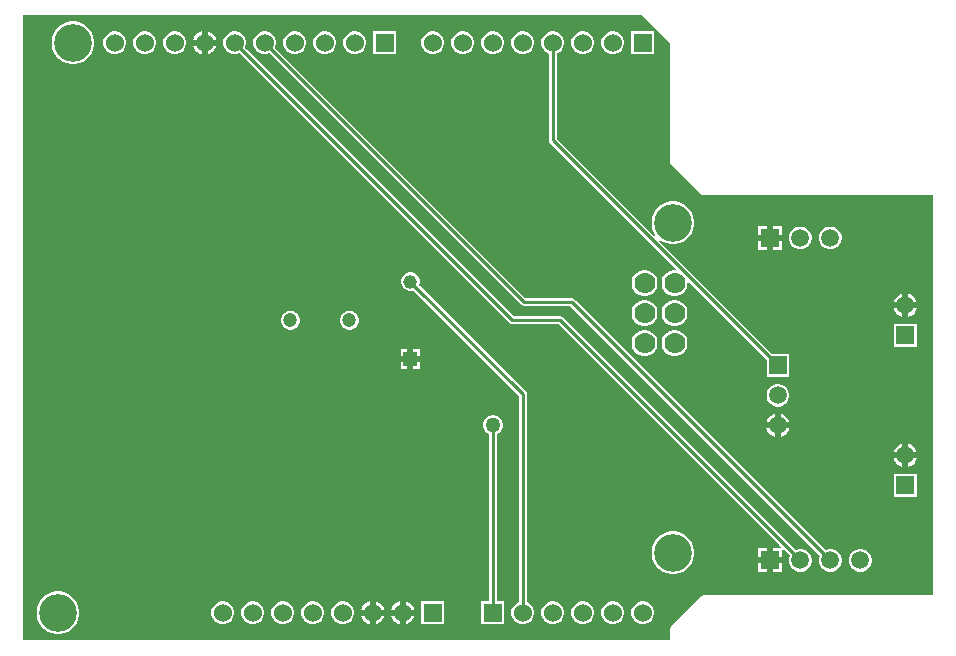
<source format=gbr>
%TF.GenerationSoftware,Altium Limited,Altium Designer,23.6.0 (18)*%
G04 Layer_Physical_Order=2*
G04 Layer_Color=16711680*
%FSLAX45Y45*%
%MOMM*%
%TF.SameCoordinates,BE964043-2EFE-40DF-B488-D83AE96C0F84*%
%TF.FilePolarity,Positive*%
%TF.FileFunction,Copper,L2,Bot,Signal*%
%TF.Part,Single*%
G01*
G75*
%TA.AperFunction,Conductor*%
%ADD10C,0.25400*%
%TA.AperFunction,ComponentPad*%
%ADD13C,1.50000*%
%ADD14R,1.50000X1.50000*%
%ADD15R,1.50000X1.50000*%
%ADD16C,1.20000*%
%ADD17C,1.15000*%
%ADD18R,1.15000X1.15000*%
%TA.AperFunction,ViaPad*%
%ADD19C,3.20000*%
%TA.AperFunction,ComponentPad*%
%ADD20R,1.52400X1.52400*%
%ADD21C,1.52400*%
%ADD22C,1.77800*%
%TA.AperFunction,ViaPad*%
%ADD23C,1.27000*%
G36*
X6583609Y5071554D02*
Y4064001D01*
X6585162Y4056197D01*
X6589582Y4049581D01*
X6843581Y3795583D01*
X6843581Y3795582D01*
X6850197Y3791162D01*
X6858001Y3789609D01*
X8806109D01*
Y401391D01*
X6858001D01*
X6850197Y399838D01*
X6843581Y395418D01*
X6589583Y141419D01*
X6589582Y141419D01*
X6585162Y134803D01*
X6583609Y126999D01*
Y20391D01*
X1099891D01*
Y5313609D01*
X6341554D01*
X6583609Y5071554D01*
D02*
G37*
%LPC*%
G36*
X2667000Y5178378D02*
Y5105400D01*
X2739978D01*
X2736276Y5119216D01*
X2722900Y5142384D01*
X2703984Y5161300D01*
X2680816Y5174676D01*
X2667000Y5178378D01*
D02*
G37*
G36*
X2616200D02*
X2602384Y5174676D01*
X2579216Y5161300D01*
X2560300Y5142384D01*
X2546924Y5119216D01*
X2543222Y5105400D01*
X2616200D01*
Y5178378D01*
D02*
G37*
G36*
X6446520Y5176520D02*
X6253480D01*
Y4983480D01*
X6446520D01*
Y5176520D01*
D02*
G37*
G36*
X6108707D02*
X6083293D01*
X6058745Y5169942D01*
X6036735Y5157235D01*
X6018765Y5139265D01*
X6006058Y5117255D01*
X5999480Y5092707D01*
Y5067293D01*
X6006058Y5042745D01*
X6018765Y5020735D01*
X6036735Y5002765D01*
X6058745Y4990058D01*
X6083293Y4983480D01*
X6108707D01*
X6133255Y4990058D01*
X6155265Y5002765D01*
X6173235Y5020735D01*
X6185942Y5042745D01*
X6192520Y5067293D01*
Y5092707D01*
X6185942Y5117255D01*
X6173235Y5139265D01*
X6155265Y5157235D01*
X6133255Y5169942D01*
X6108707Y5176520D01*
D02*
G37*
G36*
X5854707D02*
X5829293D01*
X5804745Y5169942D01*
X5782735Y5157235D01*
X5764765Y5139265D01*
X5752058Y5117255D01*
X5745480Y5092707D01*
Y5067293D01*
X5752058Y5042745D01*
X5764765Y5020735D01*
X5782735Y5002765D01*
X5804745Y4990058D01*
X5829293Y4983480D01*
X5854707D01*
X5879255Y4990058D01*
X5901265Y5002765D01*
X5919235Y5020735D01*
X5931942Y5042745D01*
X5938520Y5067293D01*
Y5092707D01*
X5931942Y5117255D01*
X5919235Y5139265D01*
X5901265Y5157235D01*
X5879255Y5169942D01*
X5854707Y5176520D01*
D02*
G37*
G36*
X5346707D02*
X5321293D01*
X5296745Y5169942D01*
X5274735Y5157235D01*
X5256765Y5139265D01*
X5244058Y5117255D01*
X5237480Y5092707D01*
Y5067293D01*
X5244058Y5042745D01*
X5256765Y5020735D01*
X5274735Y5002765D01*
X5296745Y4990058D01*
X5321293Y4983480D01*
X5346707D01*
X5371255Y4990058D01*
X5393265Y5002765D01*
X5411235Y5020735D01*
X5423942Y5042745D01*
X5430520Y5067293D01*
Y5092707D01*
X5423942Y5117255D01*
X5411235Y5139265D01*
X5393265Y5157235D01*
X5371255Y5169942D01*
X5346707Y5176520D01*
D02*
G37*
G36*
X5092707D02*
X5067293D01*
X5042745Y5169942D01*
X5020735Y5157235D01*
X5002765Y5139265D01*
X4990058Y5117255D01*
X4983480Y5092707D01*
Y5067293D01*
X4990058Y5042745D01*
X5002765Y5020735D01*
X5020735Y5002765D01*
X5042745Y4990058D01*
X5067293Y4983480D01*
X5092707D01*
X5117255Y4990058D01*
X5139265Y5002765D01*
X5157235Y5020735D01*
X5169942Y5042745D01*
X5176520Y5067293D01*
Y5092707D01*
X5169942Y5117255D01*
X5157235Y5139265D01*
X5139265Y5157235D01*
X5117255Y5169942D01*
X5092707Y5176520D01*
D02*
G37*
G36*
X4838707D02*
X4813293D01*
X4788745Y5169942D01*
X4766735Y5157235D01*
X4748765Y5139265D01*
X4736058Y5117255D01*
X4729480Y5092707D01*
Y5067293D01*
X4736058Y5042745D01*
X4748765Y5020735D01*
X4766735Y5002765D01*
X4788745Y4990058D01*
X4813293Y4983480D01*
X4838707D01*
X4863255Y4990058D01*
X4885265Y5002765D01*
X4903235Y5020735D01*
X4915942Y5042745D01*
X4922520Y5067293D01*
Y5092707D01*
X4915942Y5117255D01*
X4903235Y5139265D01*
X4885265Y5157235D01*
X4863255Y5169942D01*
X4838707Y5176520D01*
D02*
G37*
G36*
X4584707D02*
X4559293D01*
X4534745Y5169942D01*
X4512735Y5157235D01*
X4494765Y5139265D01*
X4482058Y5117255D01*
X4475480Y5092707D01*
Y5067293D01*
X4482058Y5042745D01*
X4494765Y5020735D01*
X4512735Y5002765D01*
X4534745Y4990058D01*
X4559293Y4983480D01*
X4584707D01*
X4609255Y4990058D01*
X4631265Y5002765D01*
X4649235Y5020735D01*
X4661942Y5042745D01*
X4668520Y5067293D01*
Y5092707D01*
X4661942Y5117255D01*
X4649235Y5139265D01*
X4631265Y5157235D01*
X4609255Y5169942D01*
X4584707Y5176520D01*
D02*
G37*
G36*
X4262120D02*
X4069080D01*
Y4983480D01*
X4262120D01*
Y5176520D01*
D02*
G37*
G36*
X3924307D02*
X3898893D01*
X3874345Y5169942D01*
X3852335Y5157235D01*
X3834365Y5139265D01*
X3821658Y5117255D01*
X3815080Y5092707D01*
Y5067293D01*
X3821658Y5042745D01*
X3834365Y5020735D01*
X3852335Y5002765D01*
X3874345Y4990058D01*
X3898893Y4983480D01*
X3924307D01*
X3948855Y4990058D01*
X3970865Y5002765D01*
X3988835Y5020735D01*
X4001542Y5042745D01*
X4008120Y5067293D01*
Y5092707D01*
X4001542Y5117255D01*
X3988835Y5139265D01*
X3970865Y5157235D01*
X3948855Y5169942D01*
X3924307Y5176520D01*
D02*
G37*
G36*
X3670307D02*
X3644893D01*
X3620345Y5169942D01*
X3598335Y5157235D01*
X3580365Y5139265D01*
X3567658Y5117255D01*
X3561080Y5092707D01*
Y5067293D01*
X3567658Y5042745D01*
X3580365Y5020735D01*
X3598335Y5002765D01*
X3620345Y4990058D01*
X3644893Y4983480D01*
X3670307D01*
X3694855Y4990058D01*
X3716865Y5002765D01*
X3734835Y5020735D01*
X3747542Y5042745D01*
X3754120Y5067293D01*
Y5092707D01*
X3747542Y5117255D01*
X3734835Y5139265D01*
X3716865Y5157235D01*
X3694855Y5169942D01*
X3670307Y5176520D01*
D02*
G37*
G36*
X3416307D02*
X3390893D01*
X3366345Y5169942D01*
X3344335Y5157235D01*
X3326365Y5139265D01*
X3313658Y5117255D01*
X3307080Y5092707D01*
Y5067293D01*
X3313658Y5042745D01*
X3326365Y5020735D01*
X3344335Y5002765D01*
X3366345Y4990058D01*
X3390893Y4983480D01*
X3416307D01*
X3440855Y4990058D01*
X3462865Y5002765D01*
X3480835Y5020735D01*
X3493542Y5042745D01*
X3500120Y5067293D01*
Y5092707D01*
X3493542Y5117255D01*
X3480835Y5139265D01*
X3462865Y5157235D01*
X3440855Y5169942D01*
X3416307Y5176520D01*
D02*
G37*
G36*
X2400307D02*
X2374893D01*
X2350345Y5169942D01*
X2328335Y5157235D01*
X2310365Y5139265D01*
X2297658Y5117255D01*
X2291080Y5092707D01*
Y5067293D01*
X2297658Y5042745D01*
X2310365Y5020735D01*
X2328335Y5002765D01*
X2350345Y4990058D01*
X2374893Y4983480D01*
X2400307D01*
X2424855Y4990058D01*
X2446865Y5002765D01*
X2464835Y5020735D01*
X2477542Y5042745D01*
X2484120Y5067293D01*
Y5092707D01*
X2477542Y5117255D01*
X2464835Y5139265D01*
X2446865Y5157235D01*
X2424855Y5169942D01*
X2400307Y5176520D01*
D02*
G37*
G36*
X2146307D02*
X2120893D01*
X2096345Y5169942D01*
X2074335Y5157235D01*
X2056365Y5139265D01*
X2043658Y5117255D01*
X2037080Y5092707D01*
Y5067293D01*
X2043658Y5042745D01*
X2056365Y5020735D01*
X2074335Y5002765D01*
X2096345Y4990058D01*
X2120893Y4983480D01*
X2146307D01*
X2170855Y4990058D01*
X2192865Y5002765D01*
X2210835Y5020735D01*
X2223542Y5042745D01*
X2230120Y5067293D01*
Y5092707D01*
X2223542Y5117255D01*
X2210835Y5139265D01*
X2192865Y5157235D01*
X2170855Y5169942D01*
X2146307Y5176520D01*
D02*
G37*
G36*
X1892307D02*
X1866893D01*
X1842345Y5169942D01*
X1820335Y5157235D01*
X1802365Y5139265D01*
X1789658Y5117255D01*
X1783080Y5092707D01*
Y5067293D01*
X1789658Y5042745D01*
X1802365Y5020735D01*
X1820335Y5002765D01*
X1842345Y4990058D01*
X1866893Y4983480D01*
X1892307D01*
X1916855Y4990058D01*
X1938865Y5002765D01*
X1956835Y5020735D01*
X1969542Y5042745D01*
X1976120Y5067293D01*
Y5092707D01*
X1969542Y5117255D01*
X1956835Y5139265D01*
X1938865Y5157235D01*
X1916855Y5169942D01*
X1892307Y5176520D01*
D02*
G37*
G36*
X2739978Y5054600D02*
X2667000D01*
Y4981622D01*
X2680816Y4985324D01*
X2703984Y4998700D01*
X2722900Y5017616D01*
X2736276Y5040784D01*
X2739978Y5054600D01*
D02*
G37*
G36*
X2616200D02*
X2543222D01*
X2546924Y5040784D01*
X2560300Y5017616D01*
X2579216Y4998700D01*
X2602384Y4985324D01*
X2616200Y4981622D01*
Y5054600D01*
D02*
G37*
G36*
X1541760Y5260320D02*
X1506240D01*
X1471403Y5253390D01*
X1438586Y5239797D01*
X1409053Y5220064D01*
X1383936Y5194947D01*
X1364203Y5165414D01*
X1350610Y5132597D01*
X1343680Y5097760D01*
Y5062240D01*
X1350610Y5027403D01*
X1364203Y4994586D01*
X1383936Y4965053D01*
X1409053Y4939936D01*
X1438586Y4920203D01*
X1471403Y4906610D01*
X1506240Y4899680D01*
X1541760D01*
X1576597Y4906610D01*
X1609414Y4920203D01*
X1638947Y4939936D01*
X1664064Y4965053D01*
X1683797Y4994586D01*
X1697390Y5027403D01*
X1704320Y5062240D01*
Y5097760D01*
X1697390Y5132597D01*
X1683797Y5165414D01*
X1664064Y5194947D01*
X1638947Y5220064D01*
X1609414Y5239797D01*
X1576597Y5253390D01*
X1541760Y5260320D01*
D02*
G37*
G36*
X7529900Y3529400D02*
X7454900D01*
Y3454400D01*
X7529900D01*
Y3529400D01*
D02*
G37*
G36*
X7404100D02*
X7329100D01*
Y3454400D01*
X7404100D01*
Y3529400D01*
D02*
G37*
G36*
X5600707Y5176520D02*
X5575293D01*
X5550745Y5169942D01*
X5528735Y5157235D01*
X5510765Y5139265D01*
X5498058Y5117255D01*
X5491480Y5092707D01*
Y5067293D01*
X5498058Y5042745D01*
X5510765Y5020735D01*
X5528735Y5002765D01*
X5550745Y4990058D01*
X5554333Y4989096D01*
Y4254500D01*
X5556896Y4241616D01*
X5564194Y4230694D01*
X6629969Y3164919D01*
X6624708Y3152219D01*
X6603621D01*
X6575843Y3144776D01*
X6550938Y3130396D01*
X6530603Y3110061D01*
X6516224Y3085156D01*
X6508780Y3057378D01*
Y3028620D01*
X6516224Y3000841D01*
X6530603Y2975936D01*
X6550938Y2955601D01*
X6575843Y2941222D01*
X6603621Y2933779D01*
X6632380D01*
X6660158Y2941222D01*
X6685063Y2955601D01*
X6705398Y2975936D01*
X6719777Y3000841D01*
X6727220Y3028620D01*
Y3049707D01*
X6739920Y3054967D01*
X7397680Y2397208D01*
Y2254180D01*
X7588320D01*
Y2444820D01*
X7445292D01*
X6490250Y3399862D01*
X6498346Y3409726D01*
X6518586Y3396203D01*
X6551403Y3382610D01*
X6586240Y3375680D01*
X6621760D01*
X6656597Y3382610D01*
X6689414Y3396203D01*
X6718947Y3415936D01*
X6744064Y3441053D01*
X6763797Y3470586D01*
X6777390Y3503403D01*
X6784320Y3538240D01*
Y3573760D01*
X6777390Y3608597D01*
X6763797Y3641414D01*
X6744064Y3670947D01*
X6718947Y3696064D01*
X6689414Y3715797D01*
X6656597Y3729390D01*
X6621760Y3736320D01*
X6586240D01*
X6551403Y3729390D01*
X6518586Y3715797D01*
X6489053Y3696064D01*
X6463936Y3670947D01*
X6444203Y3641414D01*
X6430610Y3608597D01*
X6423680Y3573760D01*
Y3538240D01*
X6430610Y3503403D01*
X6444203Y3470586D01*
X6457726Y3450346D01*
X6447862Y3442250D01*
X5621667Y4268445D01*
Y4989096D01*
X5625255Y4990058D01*
X5647265Y5002765D01*
X5665235Y5020735D01*
X5677942Y5042745D01*
X5684520Y5067293D01*
Y5092707D01*
X5677942Y5117255D01*
X5665235Y5139265D01*
X5647265Y5157235D01*
X5625255Y5169942D01*
X5600707Y5176520D01*
D02*
G37*
G36*
X7950049Y3524320D02*
X7924951D01*
X7900708Y3517824D01*
X7878972Y3505275D01*
X7861225Y3487528D01*
X7848676Y3465792D01*
X7842180Y3441549D01*
Y3416451D01*
X7848676Y3392208D01*
X7861225Y3370472D01*
X7878972Y3352725D01*
X7900708Y3340176D01*
X7924951Y3333680D01*
X7950049D01*
X7974292Y3340176D01*
X7996028Y3352725D01*
X8013775Y3370472D01*
X8026324Y3392208D01*
X8032820Y3416451D01*
Y3441549D01*
X8026324Y3465792D01*
X8013775Y3487528D01*
X7996028Y3505275D01*
X7974292Y3517824D01*
X7950049Y3524320D01*
D02*
G37*
G36*
X7696049D02*
X7670951D01*
X7646708Y3517824D01*
X7624972Y3505275D01*
X7607225Y3487528D01*
X7594676Y3465792D01*
X7588180Y3441549D01*
Y3416451D01*
X7594676Y3392208D01*
X7607225Y3370472D01*
X7624972Y3352725D01*
X7646708Y3340176D01*
X7670951Y3333680D01*
X7696049D01*
X7720292Y3340176D01*
X7742028Y3352725D01*
X7759775Y3370472D01*
X7772324Y3392208D01*
X7778820Y3416451D01*
Y3441549D01*
X7772324Y3465792D01*
X7759775Y3487528D01*
X7742028Y3505275D01*
X7720292Y3517824D01*
X7696049Y3524320D01*
D02*
G37*
G36*
X7529900Y3403600D02*
X7454900D01*
Y3328600D01*
X7529900D01*
Y3403600D01*
D02*
G37*
G36*
X7404100D02*
X7329100D01*
Y3328600D01*
X7404100D01*
Y3403600D01*
D02*
G37*
G36*
X6378380Y3152219D02*
X6349621D01*
X6321843Y3144776D01*
X6296938Y3130396D01*
X6276603Y3110061D01*
X6262224Y3085156D01*
X6254780Y3057378D01*
Y3028620D01*
X6262224Y3000841D01*
X6276603Y2975936D01*
X6296938Y2955601D01*
X6321843Y2941222D01*
X6349621Y2933779D01*
X6378380D01*
X6406158Y2941222D01*
X6431063Y2955601D01*
X6451398Y2975936D01*
X6465777Y3000841D01*
X6473220Y3028620D01*
Y3057378D01*
X6465777Y3085156D01*
X6451398Y3110061D01*
X6431063Y3130396D01*
X6406158Y3144776D01*
X6378380Y3152219D01*
D02*
G37*
G36*
X8597900Y2954636D02*
Y2882900D01*
X8669636D01*
X8666058Y2896253D01*
X8652840Y2919147D01*
X8634147Y2937840D01*
X8611253Y2951058D01*
X8597900Y2954636D01*
D02*
G37*
G36*
X8547100D02*
X8533747Y2951058D01*
X8510853Y2937840D01*
X8492160Y2919147D01*
X8478942Y2896253D01*
X8475364Y2882900D01*
X8547100D01*
Y2954636D01*
D02*
G37*
G36*
X8669636Y2832100D02*
X8597900D01*
Y2760364D01*
X8611253Y2763942D01*
X8634147Y2777160D01*
X8652840Y2795853D01*
X8666058Y2818747D01*
X8669636Y2832100D01*
D02*
G37*
G36*
X8547100D02*
X8475364D01*
X8478942Y2818747D01*
X8492160Y2795853D01*
X8510853Y2777160D01*
X8533747Y2763942D01*
X8547100Y2760364D01*
Y2832100D01*
D02*
G37*
G36*
X6632380Y2898219D02*
X6603621D01*
X6575843Y2890776D01*
X6550938Y2876396D01*
X6530603Y2856061D01*
X6516224Y2831156D01*
X6508780Y2803378D01*
Y2774620D01*
X6516224Y2746841D01*
X6530603Y2721936D01*
X6550938Y2701601D01*
X6575843Y2687222D01*
X6603621Y2679779D01*
X6632380D01*
X6660158Y2687222D01*
X6685063Y2701601D01*
X6705398Y2721936D01*
X6719777Y2746841D01*
X6727220Y2774620D01*
Y2803378D01*
X6719777Y2831156D01*
X6705398Y2856061D01*
X6685063Y2876396D01*
X6660158Y2890776D01*
X6632380Y2898219D01*
D02*
G37*
G36*
X6378380D02*
X6349621D01*
X6321843Y2890776D01*
X6296938Y2876396D01*
X6276603Y2856061D01*
X6262224Y2831156D01*
X6254780Y2803378D01*
Y2774620D01*
X6262224Y2746841D01*
X6276603Y2721936D01*
X6296938Y2701601D01*
X6321843Y2687222D01*
X6349621Y2679779D01*
X6378380D01*
X6406158Y2687222D01*
X6431063Y2701601D01*
X6451398Y2721936D01*
X6465777Y2746841D01*
X6473220Y2774620D01*
Y2803378D01*
X6465777Y2831156D01*
X6451398Y2856061D01*
X6431063Y2876396D01*
X6406158Y2890776D01*
X6378380Y2898219D01*
D02*
G37*
G36*
X3876074Y2810820D02*
X3854926D01*
X3834498Y2805346D01*
X3816182Y2794772D01*
X3801228Y2779818D01*
X3790654Y2761502D01*
X3785180Y2741074D01*
Y2719926D01*
X3790654Y2699498D01*
X3801228Y2681182D01*
X3816182Y2666228D01*
X3834498Y2655654D01*
X3854926Y2650180D01*
X3876074D01*
X3896502Y2655654D01*
X3914818Y2666228D01*
X3929772Y2681182D01*
X3940346Y2699498D01*
X3945820Y2719926D01*
Y2741074D01*
X3940346Y2761502D01*
X3929772Y2779818D01*
X3914818Y2794772D01*
X3896502Y2805346D01*
X3876074Y2810820D01*
D02*
G37*
G36*
X3376074D02*
X3354926D01*
X3334498Y2805346D01*
X3316182Y2794772D01*
X3301228Y2779818D01*
X3290654Y2761502D01*
X3285180Y2741074D01*
Y2719926D01*
X3290654Y2699498D01*
X3301228Y2681182D01*
X3316182Y2666228D01*
X3334498Y2655654D01*
X3354926Y2650180D01*
X3376074D01*
X3396502Y2655654D01*
X3414818Y2666228D01*
X3429772Y2681182D01*
X3440346Y2699498D01*
X3445820Y2719926D01*
Y2741074D01*
X3440346Y2761502D01*
X3429772Y2779818D01*
X3414818Y2794772D01*
X3396502Y2805346D01*
X3376074Y2810820D01*
D02*
G37*
G36*
X8667820Y2698820D02*
X8477180D01*
Y2508180D01*
X8667820D01*
Y2698820D01*
D02*
G37*
G36*
X4464400Y2485400D02*
X4406900D01*
Y2427900D01*
X4464400D01*
Y2485400D01*
D02*
G37*
G36*
X4356100D02*
X4298600D01*
Y2427900D01*
X4356100D01*
Y2485400D01*
D02*
G37*
G36*
X6632380Y2644219D02*
X6603621D01*
X6575843Y2636776D01*
X6550938Y2622396D01*
X6530603Y2602061D01*
X6516224Y2577156D01*
X6508780Y2549378D01*
Y2520620D01*
X6516224Y2492841D01*
X6530603Y2467936D01*
X6550938Y2447601D01*
X6575843Y2433222D01*
X6603621Y2425779D01*
X6632380D01*
X6660158Y2433222D01*
X6685063Y2447601D01*
X6705398Y2467936D01*
X6719777Y2492841D01*
X6727220Y2520620D01*
Y2549378D01*
X6719777Y2577156D01*
X6705398Y2602061D01*
X6685063Y2622396D01*
X6660158Y2636776D01*
X6632380Y2644219D01*
D02*
G37*
G36*
X6378380D02*
X6349621D01*
X6321843Y2636776D01*
X6296938Y2622396D01*
X6276603Y2602061D01*
X6262224Y2577156D01*
X6254780Y2549378D01*
Y2520620D01*
X6262224Y2492841D01*
X6276603Y2467936D01*
X6296938Y2447601D01*
X6321843Y2433222D01*
X6349621Y2425779D01*
X6378380D01*
X6406158Y2433222D01*
X6431063Y2447601D01*
X6451398Y2467936D01*
X6465777Y2492841D01*
X6473220Y2520620D01*
Y2549378D01*
X6465777Y2577156D01*
X6451398Y2602061D01*
X6431063Y2622396D01*
X6406158Y2636776D01*
X6378380Y2644219D01*
D02*
G37*
G36*
X4464400Y2377100D02*
X4406900D01*
Y2319600D01*
X4464400D01*
Y2377100D01*
D02*
G37*
G36*
X4356100D02*
X4298600D01*
Y2319600D01*
X4356100D01*
Y2377100D01*
D02*
G37*
G36*
X7505549Y2190820D02*
X7480451D01*
X7456208Y2184324D01*
X7434472Y2171775D01*
X7416725Y2154028D01*
X7404176Y2132292D01*
X7397680Y2108049D01*
Y2082951D01*
X7404176Y2058708D01*
X7416725Y2036972D01*
X7434472Y2019225D01*
X7456208Y2006676D01*
X7480451Y2000180D01*
X7505549D01*
X7529792Y2006676D01*
X7551528Y2019225D01*
X7569275Y2036972D01*
X7581824Y2058708D01*
X7588320Y2082951D01*
Y2108049D01*
X7581824Y2132292D01*
X7569275Y2154028D01*
X7551528Y2171775D01*
X7529792Y2184324D01*
X7505549Y2190820D01*
D02*
G37*
G36*
X7518400Y1938636D02*
Y1866900D01*
X7590136D01*
X7586558Y1880253D01*
X7573340Y1903147D01*
X7554647Y1921840D01*
X7531753Y1935058D01*
X7518400Y1938636D01*
D02*
G37*
G36*
X7467600D02*
X7454247Y1935058D01*
X7431353Y1921840D01*
X7412660Y1903147D01*
X7399442Y1880253D01*
X7395864Y1866900D01*
X7467600D01*
Y1938636D01*
D02*
G37*
G36*
X7590136Y1816100D02*
X7518400D01*
Y1744364D01*
X7531753Y1747942D01*
X7554647Y1761160D01*
X7573340Y1779853D01*
X7586558Y1802747D01*
X7590136Y1816100D01*
D02*
G37*
G36*
X7467600D02*
X7395864D01*
X7399442Y1802747D01*
X7412660Y1779853D01*
X7431353Y1761160D01*
X7454247Y1747942D01*
X7467600Y1744364D01*
Y1816100D01*
D02*
G37*
G36*
X8597900Y1684636D02*
Y1612900D01*
X8669636D01*
X8666058Y1626253D01*
X8652840Y1649147D01*
X8634147Y1667840D01*
X8611253Y1681058D01*
X8597900Y1684636D01*
D02*
G37*
G36*
X8547100D02*
X8533747Y1681058D01*
X8510853Y1667840D01*
X8492160Y1649147D01*
X8478942Y1626253D01*
X8475364Y1612900D01*
X8547100D01*
Y1684636D01*
D02*
G37*
G36*
X8669636Y1562100D02*
X8597900D01*
Y1490364D01*
X8611253Y1493942D01*
X8634147Y1507160D01*
X8652840Y1525853D01*
X8666058Y1548747D01*
X8669636Y1562100D01*
D02*
G37*
G36*
X8547100D02*
X8475364D01*
X8478942Y1548747D01*
X8492160Y1525853D01*
X8510853Y1507160D01*
X8533747Y1493942D01*
X8547100Y1490364D01*
Y1562100D01*
D02*
G37*
G36*
X8667820Y1428820D02*
X8477180D01*
Y1238180D01*
X8667820D01*
Y1428820D01*
D02*
G37*
G36*
X7404100Y798900D02*
X7329100D01*
Y723900D01*
X7404100D01*
Y798900D01*
D02*
G37*
G36*
X8204049Y793820D02*
X8178951D01*
X8154708Y787324D01*
X8132972Y774775D01*
X8115225Y757028D01*
X8102676Y735292D01*
X8096180Y711049D01*
Y685951D01*
X8102676Y661708D01*
X8115225Y639972D01*
X8132972Y622225D01*
X8154708Y609676D01*
X8178951Y603180D01*
X8204049D01*
X8228292Y609676D01*
X8250028Y622225D01*
X8267775Y639972D01*
X8280324Y661708D01*
X8286820Y685951D01*
Y711049D01*
X8280324Y735292D01*
X8267775Y757028D01*
X8250028Y774775D01*
X8228292Y787324D01*
X8204049Y793820D01*
D02*
G37*
G36*
X3162307Y5176520D02*
X3136893D01*
X3112345Y5169942D01*
X3090335Y5157235D01*
X3072365Y5139265D01*
X3059658Y5117255D01*
X3053080Y5092707D01*
Y5067293D01*
X3059658Y5042745D01*
X3072365Y5020735D01*
X3090335Y5002765D01*
X3112345Y4990058D01*
X3136893Y4983480D01*
X3162307D01*
X3186855Y4990058D01*
X3190073Y4991915D01*
X5316773Y2865214D01*
X5327696Y2857916D01*
X5340580Y2855353D01*
X5733034D01*
X7850294Y738094D01*
X7848676Y735292D01*
X7842180Y711049D01*
Y685951D01*
X7848676Y661708D01*
X7861225Y639972D01*
X7878972Y622225D01*
X7900708Y609676D01*
X7924951Y603180D01*
X7950049D01*
X7974292Y609676D01*
X7996028Y622225D01*
X8013775Y639972D01*
X8026324Y661708D01*
X8032820Y685951D01*
Y711049D01*
X8026324Y735292D01*
X8013775Y757028D01*
X7996028Y774775D01*
X7974292Y787324D01*
X7950049Y793820D01*
X7924951D01*
X7900708Y787324D01*
X7897906Y785706D01*
X5770786Y2912827D01*
X5759864Y2920124D01*
X5746980Y2922687D01*
X5354525D01*
X3237685Y5039527D01*
X3239542Y5042745D01*
X3246120Y5067293D01*
Y5092707D01*
X3239542Y5117255D01*
X3226835Y5139265D01*
X3208865Y5157235D01*
X3186855Y5169942D01*
X3162307Y5176520D01*
D02*
G37*
G36*
X2908307D02*
X2882893D01*
X2858345Y5169942D01*
X2836335Y5157235D01*
X2818365Y5139265D01*
X2805658Y5117255D01*
X2799080Y5092707D01*
Y5067293D01*
X2805658Y5042745D01*
X2818365Y5020735D01*
X2836335Y5002765D01*
X2858345Y4990058D01*
X2882893Y4983480D01*
X2908307D01*
X2932855Y4990058D01*
X2936073Y4991915D01*
X5221294Y2706694D01*
X5232216Y2699396D01*
X5245100Y2696833D01*
X5637555D01*
X7522788Y811600D01*
X7517527Y798900D01*
X7454900D01*
Y723900D01*
X7529900D01*
Y786527D01*
X7542600Y791788D01*
X7596294Y738094D01*
X7594676Y735292D01*
X7588180Y711049D01*
Y685951D01*
X7594676Y661708D01*
X7607225Y639972D01*
X7624972Y622225D01*
X7646708Y609676D01*
X7670951Y603180D01*
X7696049D01*
X7720292Y609676D01*
X7742028Y622225D01*
X7759775Y639972D01*
X7772324Y661708D01*
X7778820Y685951D01*
Y711049D01*
X7772324Y735292D01*
X7759775Y757028D01*
X7742028Y774775D01*
X7720292Y787324D01*
X7696049Y793820D01*
X7670951D01*
X7646708Y787324D01*
X7643906Y785706D01*
X5675306Y2754306D01*
X5664384Y2761604D01*
X5651500Y2764167D01*
X5259045D01*
X2983685Y5039527D01*
X2985542Y5042745D01*
X2992120Y5067293D01*
Y5092707D01*
X2985542Y5117255D01*
X2972835Y5139265D01*
X2954865Y5157235D01*
X2932855Y5169942D01*
X2908307Y5176520D01*
D02*
G37*
G36*
X7529900Y673100D02*
X7454900D01*
Y598100D01*
X7529900D01*
Y673100D01*
D02*
G37*
G36*
X7404100D02*
X7329100D01*
Y598100D01*
X7404100D01*
Y673100D01*
D02*
G37*
G36*
X6621760Y942320D02*
X6586240D01*
X6551403Y935390D01*
X6518586Y921797D01*
X6489053Y902064D01*
X6463936Y876947D01*
X6444203Y847414D01*
X6430610Y814597D01*
X6423680Y779760D01*
Y744240D01*
X6430610Y709403D01*
X6444203Y676586D01*
X6463936Y647053D01*
X6489053Y621936D01*
X6518586Y602203D01*
X6551403Y588610D01*
X6586240Y581680D01*
X6621760D01*
X6656597Y588610D01*
X6689414Y602203D01*
X6718947Y621936D01*
X6744064Y647053D01*
X6763797Y676586D01*
X6777390Y709403D01*
X6784320Y744240D01*
Y779760D01*
X6777390Y814597D01*
X6763797Y847414D01*
X6744064Y876947D01*
X6718947Y902064D01*
X6689414Y921797D01*
X6656597Y935390D01*
X6621760Y942320D01*
D02*
G37*
G36*
X4343400Y352378D02*
Y279400D01*
X4416378D01*
X4412676Y293216D01*
X4399300Y316384D01*
X4380384Y335300D01*
X4357216Y348676D01*
X4343400Y352378D01*
D02*
G37*
G36*
X4089400D02*
Y279400D01*
X4162378D01*
X4158676Y293216D01*
X4145300Y316384D01*
X4126384Y335300D01*
X4103216Y348676D01*
X4089400Y352378D01*
D02*
G37*
G36*
X4292600D02*
X4278784Y348676D01*
X4255616Y335300D01*
X4236700Y316384D01*
X4223324Y293216D01*
X4219622Y279400D01*
X4292600D01*
Y352378D01*
D02*
G37*
G36*
X4038600D02*
X4024784Y348676D01*
X4001616Y335300D01*
X3982700Y316384D01*
X3969324Y293216D01*
X3965622Y279400D01*
X4038600D01*
Y352378D01*
D02*
G37*
G36*
X6362707Y350520D02*
X6337293D01*
X6312745Y343942D01*
X6290735Y331235D01*
X6272765Y313265D01*
X6260058Y291255D01*
X6253480Y266707D01*
Y241293D01*
X6260058Y216745D01*
X6272765Y194735D01*
X6290735Y176765D01*
X6312745Y164058D01*
X6337293Y157480D01*
X6362707D01*
X6387255Y164058D01*
X6409265Y176765D01*
X6427235Y194735D01*
X6439942Y216745D01*
X6446520Y241293D01*
Y266707D01*
X6439942Y291255D01*
X6427235Y313265D01*
X6409265Y331235D01*
X6387255Y343942D01*
X6362707Y350520D01*
D02*
G37*
G36*
X6108707D02*
X6083293D01*
X6058745Y343942D01*
X6036735Y331235D01*
X6018765Y313265D01*
X6006058Y291255D01*
X5999480Y266707D01*
Y241293D01*
X6006058Y216745D01*
X6018765Y194735D01*
X6036735Y176765D01*
X6058745Y164058D01*
X6083293Y157480D01*
X6108707D01*
X6133255Y164058D01*
X6155265Y176765D01*
X6173235Y194735D01*
X6185942Y216745D01*
X6192520Y241293D01*
Y266707D01*
X6185942Y291255D01*
X6173235Y313265D01*
X6155265Y331235D01*
X6133255Y343942D01*
X6108707Y350520D01*
D02*
G37*
G36*
X5854707D02*
X5829293D01*
X5804745Y343942D01*
X5782735Y331235D01*
X5764765Y313265D01*
X5752058Y291255D01*
X5745480Y266707D01*
Y241293D01*
X5752058Y216745D01*
X5764765Y194735D01*
X5782735Y176765D01*
X5804745Y164058D01*
X5829293Y157480D01*
X5854707D01*
X5879255Y164058D01*
X5901265Y176765D01*
X5919235Y194735D01*
X5931942Y216745D01*
X5938520Y241293D01*
Y266707D01*
X5931942Y291255D01*
X5919235Y313265D01*
X5901265Y331235D01*
X5879255Y343942D01*
X5854707Y350520D01*
D02*
G37*
G36*
X5600707D02*
X5575293D01*
X5550745Y343942D01*
X5528735Y331235D01*
X5510765Y313265D01*
X5498058Y291255D01*
X5491480Y266707D01*
Y241293D01*
X5498058Y216745D01*
X5510765Y194735D01*
X5528735Y176765D01*
X5550745Y164058D01*
X5575293Y157480D01*
X5600707D01*
X5625255Y164058D01*
X5647265Y176765D01*
X5665235Y194735D01*
X5677942Y216745D01*
X5684520Y241293D01*
Y266707D01*
X5677942Y291255D01*
X5665235Y313265D01*
X5647265Y331235D01*
X5625255Y343942D01*
X5600707Y350520D01*
D02*
G37*
G36*
X4391745Y3136320D02*
X4371255D01*
X4351462Y3131017D01*
X4333717Y3120772D01*
X4319228Y3106283D01*
X4308983Y3088538D01*
X4303680Y3068745D01*
Y3048255D01*
X4308983Y3028463D01*
X4319228Y3010717D01*
X4333717Y2996228D01*
X4351462Y2985983D01*
X4371255Y2980680D01*
X4391745D01*
X4407489Y2984899D01*
X5300333Y2092055D01*
Y344904D01*
X5296745Y343942D01*
X5274735Y331235D01*
X5256765Y313265D01*
X5244058Y291255D01*
X5237480Y266707D01*
Y241293D01*
X5244058Y216745D01*
X5256765Y194735D01*
X5274735Y176765D01*
X5296745Y164058D01*
X5321293Y157480D01*
X5346707D01*
X5371255Y164058D01*
X5393265Y176765D01*
X5411235Y194735D01*
X5423942Y216745D01*
X5430520Y241293D01*
Y266707D01*
X5423942Y291255D01*
X5411235Y313265D01*
X5393265Y331235D01*
X5371255Y343942D01*
X5367667Y344904D01*
Y2106000D01*
X5365104Y2118884D01*
X5357806Y2129806D01*
X4455102Y3032511D01*
X4459320Y3048255D01*
Y3068745D01*
X4454017Y3088538D01*
X4443772Y3106283D01*
X4429283Y3120772D01*
X4411538Y3131017D01*
X4391745Y3136320D01*
D02*
G37*
G36*
X5091035Y1925320D02*
X5068965D01*
X5047647Y1919608D01*
X5028533Y1908573D01*
X5012927Y1892967D01*
X5001892Y1873853D01*
X4996180Y1852535D01*
Y1830465D01*
X5001892Y1809147D01*
X5012927Y1790033D01*
X5028533Y1774427D01*
X5046333Y1764151D01*
Y350520D01*
X4983480D01*
Y157480D01*
X5176520D01*
Y350520D01*
X5113667D01*
Y1764151D01*
X5131467Y1774427D01*
X5147073Y1790033D01*
X5158108Y1809147D01*
X5163820Y1830465D01*
Y1852535D01*
X5158108Y1873853D01*
X5147073Y1892967D01*
X5131467Y1908573D01*
X5112353Y1919608D01*
X5091035Y1925320D01*
D02*
G37*
G36*
X4668520Y350520D02*
X4475480D01*
Y157480D01*
X4668520D01*
Y350520D01*
D02*
G37*
G36*
X3822707D02*
X3797293D01*
X3772745Y343942D01*
X3750735Y331235D01*
X3732765Y313265D01*
X3720058Y291255D01*
X3713480Y266707D01*
Y241293D01*
X3720058Y216745D01*
X3732765Y194735D01*
X3750735Y176765D01*
X3772745Y164058D01*
X3797293Y157480D01*
X3822707D01*
X3847255Y164058D01*
X3869265Y176765D01*
X3887235Y194735D01*
X3899942Y216745D01*
X3906520Y241293D01*
Y266707D01*
X3899942Y291255D01*
X3887235Y313265D01*
X3869265Y331235D01*
X3847255Y343942D01*
X3822707Y350520D01*
D02*
G37*
G36*
X3568707D02*
X3543293D01*
X3518745Y343942D01*
X3496735Y331235D01*
X3478765Y313265D01*
X3466058Y291255D01*
X3459480Y266707D01*
Y241293D01*
X3466058Y216745D01*
X3478765Y194735D01*
X3496735Y176765D01*
X3518745Y164058D01*
X3543293Y157480D01*
X3568707D01*
X3593255Y164058D01*
X3615265Y176765D01*
X3633235Y194735D01*
X3645942Y216745D01*
X3652520Y241293D01*
Y266707D01*
X3645942Y291255D01*
X3633235Y313265D01*
X3615265Y331235D01*
X3593255Y343942D01*
X3568707Y350520D01*
D02*
G37*
G36*
X3314707D02*
X3289293D01*
X3264745Y343942D01*
X3242735Y331235D01*
X3224765Y313265D01*
X3212058Y291255D01*
X3205480Y266707D01*
Y241293D01*
X3212058Y216745D01*
X3224765Y194735D01*
X3242735Y176765D01*
X3264745Y164058D01*
X3289293Y157480D01*
X3314707D01*
X3339255Y164058D01*
X3361265Y176765D01*
X3379235Y194735D01*
X3391942Y216745D01*
X3398520Y241293D01*
Y266707D01*
X3391942Y291255D01*
X3379235Y313265D01*
X3361265Y331235D01*
X3339255Y343942D01*
X3314707Y350520D01*
D02*
G37*
G36*
X3060707D02*
X3035293D01*
X3010745Y343942D01*
X2988735Y331235D01*
X2970765Y313265D01*
X2958058Y291255D01*
X2951480Y266707D01*
Y241293D01*
X2958058Y216745D01*
X2970765Y194735D01*
X2988735Y176765D01*
X3010745Y164058D01*
X3035293Y157480D01*
X3060707D01*
X3085255Y164058D01*
X3107265Y176765D01*
X3125235Y194735D01*
X3137942Y216745D01*
X3144520Y241293D01*
Y266707D01*
X3137942Y291255D01*
X3125235Y313265D01*
X3107265Y331235D01*
X3085255Y343942D01*
X3060707Y350520D01*
D02*
G37*
G36*
X2806707D02*
X2781293D01*
X2756745Y343942D01*
X2734735Y331235D01*
X2716765Y313265D01*
X2704058Y291255D01*
X2697480Y266707D01*
Y241293D01*
X2704058Y216745D01*
X2716765Y194735D01*
X2734735Y176765D01*
X2756745Y164058D01*
X2781293Y157480D01*
X2806707D01*
X2831255Y164058D01*
X2853265Y176765D01*
X2871235Y194735D01*
X2883942Y216745D01*
X2890520Y241293D01*
Y266707D01*
X2883942Y291255D01*
X2871235Y313265D01*
X2853265Y331235D01*
X2831255Y343942D01*
X2806707Y350520D01*
D02*
G37*
G36*
X4416378Y228600D02*
X4343400D01*
Y155622D01*
X4357216Y159324D01*
X4380384Y172700D01*
X4399300Y191616D01*
X4412676Y214784D01*
X4416378Y228600D01*
D02*
G37*
G36*
X4162378D02*
X4089400D01*
Y155622D01*
X4103216Y159324D01*
X4126384Y172700D01*
X4145300Y191616D01*
X4158676Y214784D01*
X4162378Y228600D01*
D02*
G37*
G36*
X4292600D02*
X4219622D01*
X4223324Y214784D01*
X4236700Y191616D01*
X4255616Y172700D01*
X4278784Y159324D01*
X4292600Y155622D01*
Y228600D01*
D02*
G37*
G36*
X4038600D02*
X3965622D01*
X3969324Y214784D01*
X3982700Y191616D01*
X4001616Y172700D01*
X4024784Y159324D01*
X4038600Y155622D01*
Y228600D01*
D02*
G37*
G36*
X1414760Y434320D02*
X1379240D01*
X1344403Y427390D01*
X1311586Y413797D01*
X1282053Y394064D01*
X1256936Y368947D01*
X1237203Y339414D01*
X1223610Y306597D01*
X1216680Y271760D01*
Y236240D01*
X1223610Y201403D01*
X1237203Y168586D01*
X1256936Y139053D01*
X1282053Y113936D01*
X1311586Y94203D01*
X1344403Y80610D01*
X1379240Y73680D01*
X1414760D01*
X1449597Y80610D01*
X1482414Y94203D01*
X1511947Y113936D01*
X1537064Y139053D01*
X1556797Y168586D01*
X1570390Y201403D01*
X1577320Y236240D01*
Y271760D01*
X1570390Y306597D01*
X1556797Y339414D01*
X1537064Y368947D01*
X1511947Y394064D01*
X1482414Y413797D01*
X1449597Y427390D01*
X1414760Y434320D01*
D02*
G37*
%LPD*%
D10*
X5080000Y254000D02*
Y1841500D01*
X4381500Y3058500D02*
X5334000Y2106000D01*
Y254000D02*
Y2106000D01*
X5588000Y4254500D02*
Y5080000D01*
Y4254500D02*
X7493000Y2349500D01*
X5651500Y2730500D02*
X7683500Y698500D01*
X5245100Y2730500D02*
X5651500D01*
X5340580Y2889020D02*
X5746980D01*
X7937500Y698500D01*
X2895600Y5080000D02*
X5245100Y2730500D01*
X3149600Y5080000D02*
X5340580Y2889020D01*
D13*
X8572500Y2857500D02*
D03*
X7683500Y698500D02*
D03*
X7937500D02*
D03*
X8191500D02*
D03*
X7493000Y1841500D02*
D03*
Y2095500D02*
D03*
X7937500Y3429000D02*
D03*
X7683500D02*
D03*
X8572500Y1587500D02*
D03*
D14*
Y2603500D02*
D03*
X7493000Y2349500D02*
D03*
X8572500Y1333500D02*
D03*
D15*
X7429500Y698500D02*
D03*
Y3429000D02*
D03*
D16*
X3365500Y2730500D02*
D03*
X3865500D02*
D03*
D17*
X4381500Y3058500D02*
D03*
D18*
Y2402500D02*
D03*
D19*
X6604000Y762000D02*
D03*
Y3556000D02*
D03*
X1397000Y254000D02*
D03*
X1524000Y5080000D02*
D03*
D20*
X5080000Y254000D02*
D03*
X4165600Y5080000D02*
D03*
X6350000D02*
D03*
X4572000Y254000D02*
D03*
D21*
X5334000D02*
D03*
X5588000D02*
D03*
X5842000D02*
D03*
X6096000D02*
D03*
X6350000D02*
D03*
X3911600Y5080000D02*
D03*
X3657600D02*
D03*
X3403600D02*
D03*
X3149600D02*
D03*
X2895600D02*
D03*
X2641600D02*
D03*
X2387600D02*
D03*
X2133600D02*
D03*
X1879600D02*
D03*
X5588000D02*
D03*
X5334000D02*
D03*
X5080000D02*
D03*
X4826000D02*
D03*
X4572000D02*
D03*
X6096000D02*
D03*
X5842000D02*
D03*
X3810000Y254000D02*
D03*
X3556000D02*
D03*
X3302000D02*
D03*
X3048000D02*
D03*
X2794000D02*
D03*
X4318000D02*
D03*
X4064000D02*
D03*
D22*
X6364000Y3042999D02*
D03*
X6618000D02*
D03*
X6364000Y2788999D02*
D03*
X6618000D02*
D03*
X6364000Y2534999D02*
D03*
X6618000D02*
D03*
D23*
X5080000Y1841500D02*
D03*
%TF.MD5,ae99c72e1c5f910cf19a6b691a7a8657*%
M02*

</source>
